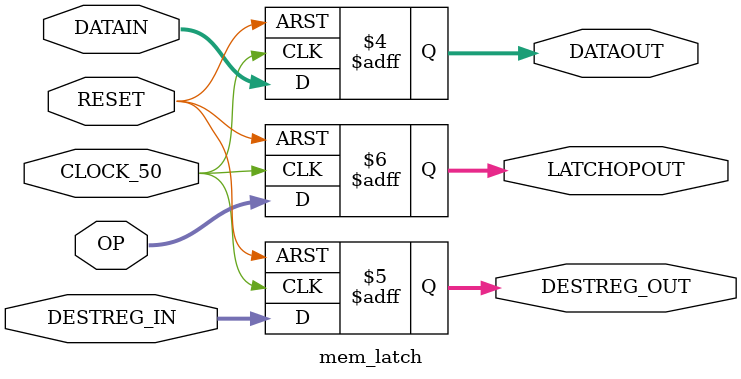
<source format=v>
module MEM(CLOCK_50, RESET, OP_IN, ADDR, DATAIN, MEM_RESULT, LATCHDATAOUT, OP_OUT,LATCHOPOUT,DESTREG_IN,DESTREG_OUT);
//for r/w = 0 it is read, for r/w = 1 it is write
input CLOCK_50, RESET;
input[1:0] OP_IN;
input[2:0] DESTREG_IN;
output[2:0] DESTREG_OUT;
output[1:0] OP_OUT,LATCHOPOUT;
input [15:0] DATAIN ,ADDR;
wire [15:0] LATCHDATAIN;

output [15:0] LATCHDATAOUT,MEM_RESULT;

reg [15:0] mem[0:127];
integer i;

mem_latch memlatch(CLOCK_50,RESET, LATCHDATAIN, LATCHDATAOUT,OP_IN,LATCHOPOUT,DESTREG_IN,DESTREG_OUT);
always @(posedge CLOCK_50 or posedge RESET) begin
	if(RESET) begin
		for(i = 0; i < 128; i = i+ 1) begin
			mem[i] <= 0;
		end
	end
	else if(OP_IN[1] && OP_IN[0]) begin
			//if it is write
			mem[ADDR] <= DATAIN;
	end
end

assign LATCHDATAIN = (OP_IN[1] && !OP_IN[0]) ? mem[ADDR] : ADDR;
assign OP_OUT = OP_IN;
assign MEM_RESULT = DATAIN;
endmodule

module mem_latch(CLOCK_50, RESET, DATAIN, DATAOUT,OP,LATCHOPOUT,DESTREG_IN,DESTREG_OUT);//more control signals may have to be forwarded
input CLOCK_50, RESET;
input [15:0] DATAIN;
input [2:0] DESTREG_IN;
input [1:0] OP;
output reg [15:0] DATAOUT;
output reg[2:0] DESTREG_OUT;
output reg[1:0] LATCHOPOUT;
initial begin
	DATAOUT <= 'd0;
	LATCHOPOUT <= 0;
	DESTREG_OUT <= 0;
end
always @ (posedge CLOCK_50 or posedge RESET)
	if(RESET)
	begin
		DATAOUT <= 'd0;
		LATCHOPOUT <= 0;
		DESTREG_OUT <= 0;
	end
	else
	begin
		DATAOUT<=DATAIN;
		LATCHOPOUT <= OP;
		DESTREG_OUT<=DESTREG_IN;
	end
endmodule 
</source>
